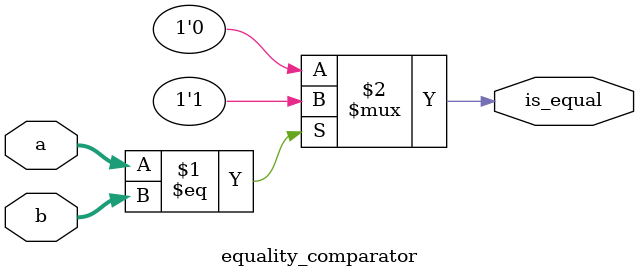
<source format=v>

module equality_comparator(a, b, is_equal);
    input [31:0] a;
    input [31:0] b;
    output is_equal;
    
    // Output 1 if inputs are equal, 0 otherwise
    assign is_equal = (a == b) ? 1'b1 : 1'b0;
endmodule

</source>
